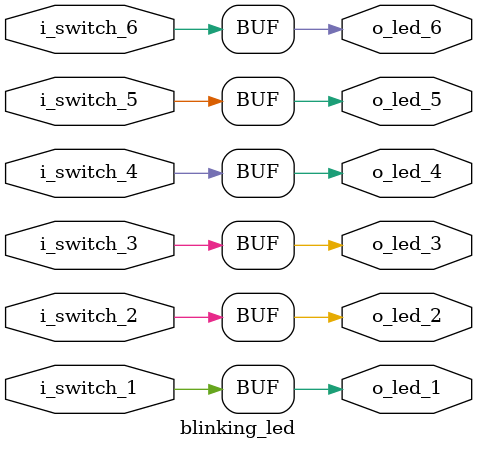
<source format=sv>
`timescale 1ns / 1ps

module blinking_led(
    input i_switch_1,
    input i_switch_2,
    input i_switch_3,
    input i_switch_4,
    input i_switch_5,
    input i_switch_6,

    output o_led_1,
    output o_led_2,
    output o_led_3,
    output o_led_4,
    output o_led_5,
    output o_led_6 
);

assign o_led_1 = i_switch_1;
assign o_led_2 = i_switch_2;
assign o_led_3 = i_switch_3;
assign o_led_4 = i_switch_4;
assign o_led_5 = i_switch_5;
assign o_led_6 = i_switch_6;

endmodule

</source>
